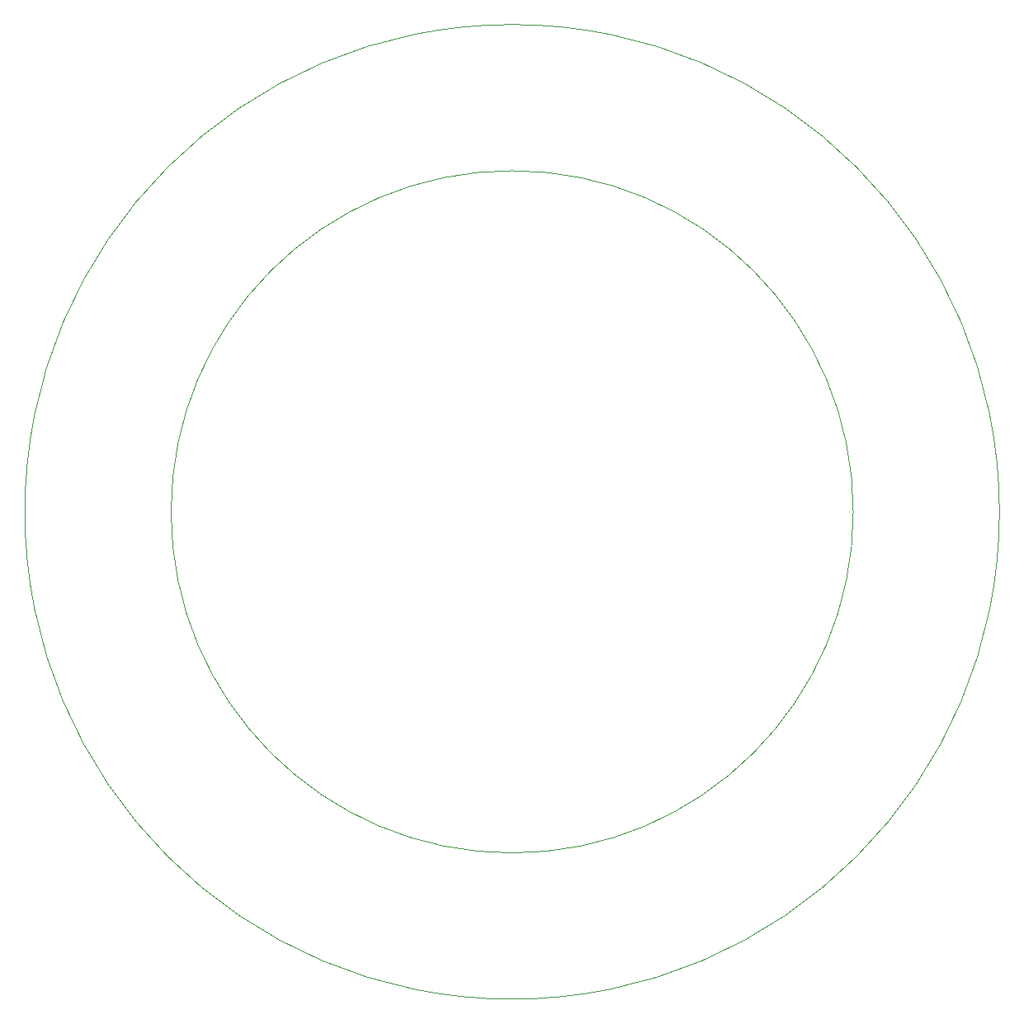
<source format=gko>
G04*
G04 #@! TF.GenerationSoftware,Altium Limited,Altium Designer,19.1.7 (138)*
G04*
G04 Layer_Color=16711935*
%FSLAX25Y25*%
%MOIN*%
G70*
G01*
G75*
%ADD11C,0.00394*%
D11*
X137795Y0D02*
G03*
X137795Y0I-137795J0D01*
G01*
X196850D02*
G03*
X196850Y0I-196850J0D01*
G01*
M02*

</source>
